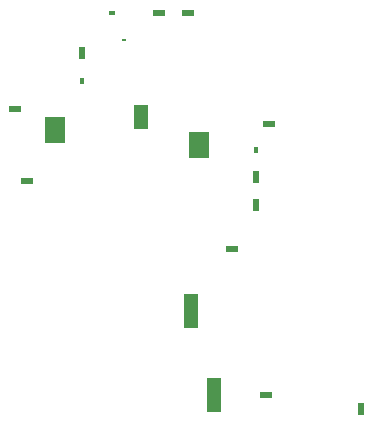
<source format=gbr>
G04 ===== Begin FILE IDENTIFICATION =====*
G04 File Format:  Gerber RS274X*
G04 ===== End FILE IDENTIFICATION =====*
%FSLAX24Y24*%
%MOIN*%
%SFA1.0000B1.0000*%
%OFA0.0B0.0*%
%ADD14R,0.019685X0.040000*%
%ADD15R,0.011811X0.023622*%
%ADD16R,0.040000X0.019685*%
%ADD17R,0.023622X0.011811*%
%ADD18R,0.051000X0.115000*%
%ADD19R,0.068110X0.090158*%
%ADD20R,0.015945X0.008465*%
%ADD21R,0.050000X0.080000*%
%LNpackages*%
%IPPOS*%
%LPD*%
G75*
D14*
X-4554Y-7172D03*
D15*
Y-6272D03*
D16*
X-7774Y-1707D03*
D17*
X-9341D03*
D18*
X-5951Y-14442D03*
X-6703Y-11639D03*
D19*
X-6448Y-6105D03*
D15*
X-10343Y-3977D03*
D14*
Y-3026D03*
D20*
X-8931Y-2599D03*
D16*
X-12178Y-7300D03*
D19*
X-11248Y-5605D03*
D21*
X-8395Y-5160D03*
D14*
X-4551Y-8122D03*
D16*
X-6803Y-1707D03*
X-12585Y-4910D03*
X-4122Y-5410D03*
X-4226Y-14425D03*
D14*
X-1055Y-14904D03*
D16*
X-5359Y-9585D03*
M02*


</source>
